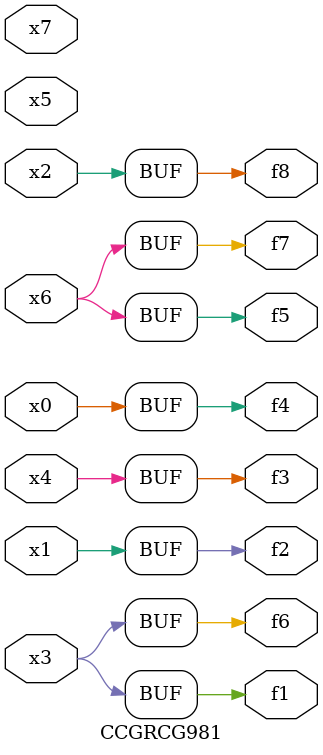
<source format=v>
module CCGRCG981(
	input x0, x1, x2, x3, x4, x5, x6, x7,
	output f1, f2, f3, f4, f5, f6, f7, f8
);
	assign f1 = x3;
	assign f2 = x1;
	assign f3 = x4;
	assign f4 = x0;
	assign f5 = x6;
	assign f6 = x3;
	assign f7 = x6;
	assign f8 = x2;
endmodule

</source>
